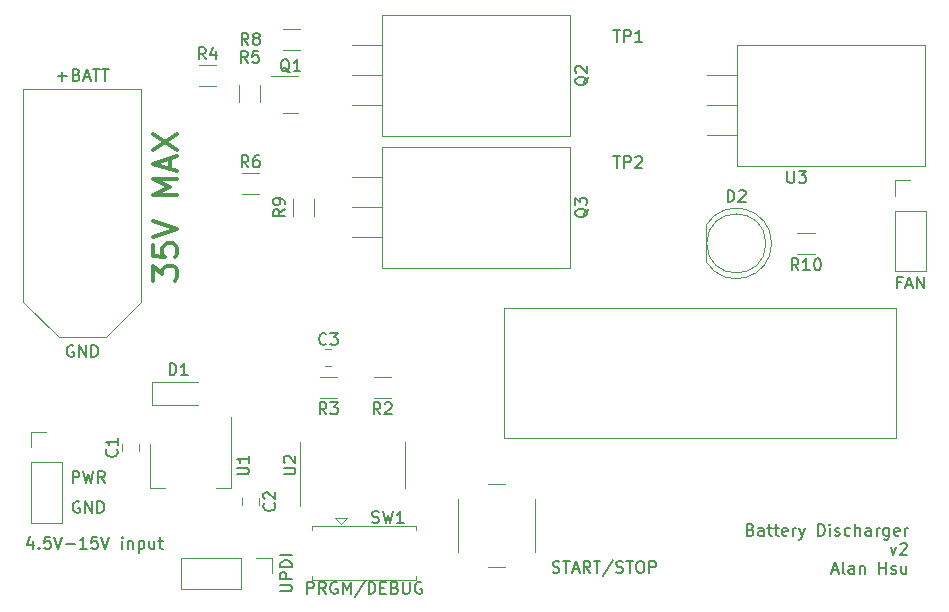
<source format=gbr>
%TF.GenerationSoftware,KiCad,Pcbnew,6.0.8-f2edbf62ab~116~ubuntu22.04.1*%
%TF.CreationDate,2022-10-27T13:18:31-04:00*%
%TF.ProjectId,discharger,64697363-6861-4726-9765-722e6b696361,rev?*%
%TF.SameCoordinates,Original*%
%TF.FileFunction,Legend,Top*%
%TF.FilePolarity,Positive*%
%FSLAX46Y46*%
G04 Gerber Fmt 4.6, Leading zero omitted, Abs format (unit mm)*
G04 Created by KiCad (PCBNEW 6.0.8-f2edbf62ab~116~ubuntu22.04.1) date 2022-10-27 13:18:31*
%MOMM*%
%LPD*%
G01*
G04 APERTURE LIST*
%ADD10C,0.150000*%
%ADD11C,0.300000*%
%ADD12C,0.120000*%
G04 APERTURE END LIST*
D10*
X140397928Y-108046571D02*
X140540785Y-108094190D01*
X140588404Y-108141809D01*
X140636023Y-108237047D01*
X140636023Y-108379904D01*
X140588404Y-108475142D01*
X140540785Y-108522761D01*
X140445547Y-108570380D01*
X140064595Y-108570380D01*
X140064595Y-107570380D01*
X140397928Y-107570380D01*
X140493166Y-107618000D01*
X140540785Y-107665619D01*
X140588404Y-107760857D01*
X140588404Y-107856095D01*
X140540785Y-107951333D01*
X140493166Y-107998952D01*
X140397928Y-108046571D01*
X140064595Y-108046571D01*
X141493166Y-108570380D02*
X141493166Y-108046571D01*
X141445547Y-107951333D01*
X141350309Y-107903714D01*
X141159833Y-107903714D01*
X141064595Y-107951333D01*
X141493166Y-108522761D02*
X141397928Y-108570380D01*
X141159833Y-108570380D01*
X141064595Y-108522761D01*
X141016976Y-108427523D01*
X141016976Y-108332285D01*
X141064595Y-108237047D01*
X141159833Y-108189428D01*
X141397928Y-108189428D01*
X141493166Y-108141809D01*
X141826500Y-107903714D02*
X142207452Y-107903714D01*
X141969357Y-107570380D02*
X141969357Y-108427523D01*
X142016976Y-108522761D01*
X142112214Y-108570380D01*
X142207452Y-108570380D01*
X142397928Y-107903714D02*
X142778880Y-107903714D01*
X142540785Y-107570380D02*
X142540785Y-108427523D01*
X142588404Y-108522761D01*
X142683642Y-108570380D01*
X142778880Y-108570380D01*
X143493166Y-108522761D02*
X143397928Y-108570380D01*
X143207452Y-108570380D01*
X143112214Y-108522761D01*
X143064595Y-108427523D01*
X143064595Y-108046571D01*
X143112214Y-107951333D01*
X143207452Y-107903714D01*
X143397928Y-107903714D01*
X143493166Y-107951333D01*
X143540785Y-108046571D01*
X143540785Y-108141809D01*
X143064595Y-108237047D01*
X143969357Y-108570380D02*
X143969357Y-107903714D01*
X143969357Y-108094190D02*
X144016976Y-107998952D01*
X144064595Y-107951333D01*
X144159833Y-107903714D01*
X144255071Y-107903714D01*
X144493166Y-107903714D02*
X144731261Y-108570380D01*
X144969357Y-107903714D02*
X144731261Y-108570380D01*
X144636023Y-108808476D01*
X144588404Y-108856095D01*
X144493166Y-108903714D01*
X146112214Y-108570380D02*
X146112214Y-107570380D01*
X146350309Y-107570380D01*
X146493166Y-107618000D01*
X146588404Y-107713238D01*
X146636023Y-107808476D01*
X146683642Y-107998952D01*
X146683642Y-108141809D01*
X146636023Y-108332285D01*
X146588404Y-108427523D01*
X146493166Y-108522761D01*
X146350309Y-108570380D01*
X146112214Y-108570380D01*
X147112214Y-108570380D02*
X147112214Y-107903714D01*
X147112214Y-107570380D02*
X147064595Y-107618000D01*
X147112214Y-107665619D01*
X147159833Y-107618000D01*
X147112214Y-107570380D01*
X147112214Y-107665619D01*
X147540785Y-108522761D02*
X147636023Y-108570380D01*
X147826500Y-108570380D01*
X147921738Y-108522761D01*
X147969357Y-108427523D01*
X147969357Y-108379904D01*
X147921738Y-108284666D01*
X147826500Y-108237047D01*
X147683642Y-108237047D01*
X147588404Y-108189428D01*
X147540785Y-108094190D01*
X147540785Y-108046571D01*
X147588404Y-107951333D01*
X147683642Y-107903714D01*
X147826500Y-107903714D01*
X147921738Y-107951333D01*
X148826500Y-108522761D02*
X148731261Y-108570380D01*
X148540785Y-108570380D01*
X148445547Y-108522761D01*
X148397928Y-108475142D01*
X148350309Y-108379904D01*
X148350309Y-108094190D01*
X148397928Y-107998952D01*
X148445547Y-107951333D01*
X148540785Y-107903714D01*
X148731261Y-107903714D01*
X148826500Y-107951333D01*
X149255071Y-108570380D02*
X149255071Y-107570380D01*
X149683642Y-108570380D02*
X149683642Y-108046571D01*
X149636023Y-107951333D01*
X149540785Y-107903714D01*
X149397928Y-107903714D01*
X149302690Y-107951333D01*
X149255071Y-107998952D01*
X150588404Y-108570380D02*
X150588404Y-108046571D01*
X150540785Y-107951333D01*
X150445547Y-107903714D01*
X150255071Y-107903714D01*
X150159833Y-107951333D01*
X150588404Y-108522761D02*
X150493166Y-108570380D01*
X150255071Y-108570380D01*
X150159833Y-108522761D01*
X150112214Y-108427523D01*
X150112214Y-108332285D01*
X150159833Y-108237047D01*
X150255071Y-108189428D01*
X150493166Y-108189428D01*
X150588404Y-108141809D01*
X151064595Y-108570380D02*
X151064595Y-107903714D01*
X151064595Y-108094190D02*
X151112214Y-107998952D01*
X151159833Y-107951333D01*
X151255071Y-107903714D01*
X151350309Y-107903714D01*
X152112214Y-107903714D02*
X152112214Y-108713238D01*
X152064595Y-108808476D01*
X152016976Y-108856095D01*
X151921738Y-108903714D01*
X151778880Y-108903714D01*
X151683642Y-108856095D01*
X152112214Y-108522761D02*
X152016976Y-108570380D01*
X151826500Y-108570380D01*
X151731261Y-108522761D01*
X151683642Y-108475142D01*
X151636023Y-108379904D01*
X151636023Y-108094190D01*
X151683642Y-107998952D01*
X151731261Y-107951333D01*
X151826500Y-107903714D01*
X152016976Y-107903714D01*
X152112214Y-107951333D01*
X152969357Y-108522761D02*
X152874119Y-108570380D01*
X152683642Y-108570380D01*
X152588404Y-108522761D01*
X152540785Y-108427523D01*
X152540785Y-108046571D01*
X152588404Y-107951333D01*
X152683642Y-107903714D01*
X152874119Y-107903714D01*
X152969357Y-107951333D01*
X153016976Y-108046571D01*
X153016976Y-108141809D01*
X152540785Y-108237047D01*
X153445547Y-108570380D02*
X153445547Y-107903714D01*
X153445547Y-108094190D02*
X153493166Y-107998952D01*
X153540785Y-107951333D01*
X153636023Y-107903714D01*
X153731261Y-107903714D01*
X152255071Y-109513714D02*
X152493166Y-110180380D01*
X152731261Y-109513714D01*
X153064595Y-109275619D02*
X153112214Y-109228000D01*
X153207452Y-109180380D01*
X153445547Y-109180380D01*
X153540785Y-109228000D01*
X153588404Y-109275619D01*
X153636023Y-109370857D01*
X153636023Y-109466095D01*
X153588404Y-109608952D01*
X153016976Y-110180380D01*
X153636023Y-110180380D01*
X147302690Y-111504666D02*
X147778880Y-111504666D01*
X147207452Y-111790380D02*
X147540785Y-110790380D01*
X147874119Y-111790380D01*
X148350309Y-111790380D02*
X148255071Y-111742761D01*
X148207452Y-111647523D01*
X148207452Y-110790380D01*
X149159833Y-111790380D02*
X149159833Y-111266571D01*
X149112214Y-111171333D01*
X149016976Y-111123714D01*
X148826500Y-111123714D01*
X148731261Y-111171333D01*
X149159833Y-111742761D02*
X149064595Y-111790380D01*
X148826500Y-111790380D01*
X148731261Y-111742761D01*
X148683642Y-111647523D01*
X148683642Y-111552285D01*
X148731261Y-111457047D01*
X148826500Y-111409428D01*
X149064595Y-111409428D01*
X149159833Y-111361809D01*
X149636023Y-111123714D02*
X149636023Y-111790380D01*
X149636023Y-111218952D02*
X149683642Y-111171333D01*
X149778880Y-111123714D01*
X149921738Y-111123714D01*
X150016976Y-111171333D01*
X150064595Y-111266571D01*
X150064595Y-111790380D01*
X151302690Y-111790380D02*
X151302690Y-110790380D01*
X151302690Y-111266571D02*
X151874119Y-111266571D01*
X151874119Y-111790380D02*
X151874119Y-110790380D01*
X152302690Y-111742761D02*
X152397928Y-111790380D01*
X152588404Y-111790380D01*
X152683642Y-111742761D01*
X152731261Y-111647523D01*
X152731261Y-111599904D01*
X152683642Y-111504666D01*
X152588404Y-111457047D01*
X152445547Y-111457047D01*
X152350309Y-111409428D01*
X152302690Y-111314190D01*
X152302690Y-111266571D01*
X152350309Y-111171333D01*
X152445547Y-111123714D01*
X152588404Y-111123714D01*
X152683642Y-111171333D01*
X153588404Y-111123714D02*
X153588404Y-111790380D01*
X153159833Y-111123714D02*
X153159833Y-111647523D01*
X153207452Y-111742761D01*
X153302690Y-111790380D01*
X153445547Y-111790380D01*
X153540785Y-111742761D01*
X153588404Y-111695142D01*
X79621714Y-109005714D02*
X79621714Y-109672380D01*
X79383619Y-108624761D02*
X79145523Y-109339047D01*
X79764571Y-109339047D01*
X80145523Y-109577142D02*
X80193142Y-109624761D01*
X80145523Y-109672380D01*
X80097904Y-109624761D01*
X80145523Y-109577142D01*
X80145523Y-109672380D01*
X81097904Y-108672380D02*
X80621714Y-108672380D01*
X80574095Y-109148571D01*
X80621714Y-109100952D01*
X80716952Y-109053333D01*
X80955047Y-109053333D01*
X81050285Y-109100952D01*
X81097904Y-109148571D01*
X81145523Y-109243809D01*
X81145523Y-109481904D01*
X81097904Y-109577142D01*
X81050285Y-109624761D01*
X80955047Y-109672380D01*
X80716952Y-109672380D01*
X80621714Y-109624761D01*
X80574095Y-109577142D01*
X81431238Y-108672380D02*
X81764571Y-109672380D01*
X82097904Y-108672380D01*
X82431238Y-109291428D02*
X83193142Y-109291428D01*
X84193142Y-109672380D02*
X83621714Y-109672380D01*
X83907428Y-109672380D02*
X83907428Y-108672380D01*
X83812190Y-108815238D01*
X83716952Y-108910476D01*
X83621714Y-108958095D01*
X85097904Y-108672380D02*
X84621714Y-108672380D01*
X84574095Y-109148571D01*
X84621714Y-109100952D01*
X84716952Y-109053333D01*
X84955047Y-109053333D01*
X85050285Y-109100952D01*
X85097904Y-109148571D01*
X85145523Y-109243809D01*
X85145523Y-109481904D01*
X85097904Y-109577142D01*
X85050285Y-109624761D01*
X84955047Y-109672380D01*
X84716952Y-109672380D01*
X84621714Y-109624761D01*
X84574095Y-109577142D01*
X85431238Y-108672380D02*
X85764571Y-109672380D01*
X86097904Y-108672380D01*
X87193142Y-109672380D02*
X87193142Y-109005714D01*
X87193142Y-108672380D02*
X87145523Y-108720000D01*
X87193142Y-108767619D01*
X87240761Y-108720000D01*
X87193142Y-108672380D01*
X87193142Y-108767619D01*
X87669333Y-109005714D02*
X87669333Y-109672380D01*
X87669333Y-109100952D02*
X87716952Y-109053333D01*
X87812190Y-109005714D01*
X87955047Y-109005714D01*
X88050285Y-109053333D01*
X88097904Y-109148571D01*
X88097904Y-109672380D01*
X88574095Y-109005714D02*
X88574095Y-110005714D01*
X88574095Y-109053333D02*
X88669333Y-109005714D01*
X88859809Y-109005714D01*
X88955047Y-109053333D01*
X89002666Y-109100952D01*
X89050285Y-109196190D01*
X89050285Y-109481904D01*
X89002666Y-109577142D01*
X88955047Y-109624761D01*
X88859809Y-109672380D01*
X88669333Y-109672380D01*
X88574095Y-109624761D01*
X89907428Y-109005714D02*
X89907428Y-109672380D01*
X89478857Y-109005714D02*
X89478857Y-109529523D01*
X89526476Y-109624761D01*
X89621714Y-109672380D01*
X89764571Y-109672380D01*
X89859809Y-109624761D01*
X89907428Y-109577142D01*
X90240761Y-109005714D02*
X90621714Y-109005714D01*
X90383619Y-108672380D02*
X90383619Y-109529523D01*
X90431238Y-109624761D01*
X90526476Y-109672380D01*
X90621714Y-109672380D01*
D11*
X89836761Y-86962476D02*
X89836761Y-85724380D01*
X90598666Y-86391047D01*
X90598666Y-86105333D01*
X90693904Y-85914857D01*
X90789142Y-85819619D01*
X90979619Y-85724380D01*
X91455809Y-85724380D01*
X91646285Y-85819619D01*
X91741523Y-85914857D01*
X91836761Y-86105333D01*
X91836761Y-86676761D01*
X91741523Y-86867238D01*
X91646285Y-86962476D01*
X89836761Y-83914857D02*
X89836761Y-84867238D01*
X90789142Y-84962476D01*
X90693904Y-84867238D01*
X90598666Y-84676761D01*
X90598666Y-84200571D01*
X90693904Y-84010095D01*
X90789142Y-83914857D01*
X90979619Y-83819619D01*
X91455809Y-83819619D01*
X91646285Y-83914857D01*
X91741523Y-84010095D01*
X91836761Y-84200571D01*
X91836761Y-84676761D01*
X91741523Y-84867238D01*
X91646285Y-84962476D01*
X89836761Y-83248190D02*
X91836761Y-82581523D01*
X89836761Y-81914857D01*
X91836761Y-79724380D02*
X89836761Y-79724380D01*
X91265333Y-79057714D01*
X89836761Y-78391047D01*
X91836761Y-78391047D01*
X91265333Y-77533904D02*
X91265333Y-76581523D01*
X91836761Y-77724380D02*
X89836761Y-77057714D01*
X91836761Y-76391047D01*
X89836761Y-75914857D02*
X91836761Y-74581523D01*
X89836761Y-74581523D02*
X91836761Y-75914857D01*
D10*
X81748571Y-69667428D02*
X82510476Y-69667428D01*
X82129523Y-70048380D02*
X82129523Y-69286476D01*
X83320000Y-69524571D02*
X83462857Y-69572190D01*
X83510476Y-69619809D01*
X83558095Y-69715047D01*
X83558095Y-69857904D01*
X83510476Y-69953142D01*
X83462857Y-70000761D01*
X83367619Y-70048380D01*
X82986666Y-70048380D01*
X82986666Y-69048380D01*
X83320000Y-69048380D01*
X83415238Y-69096000D01*
X83462857Y-69143619D01*
X83510476Y-69238857D01*
X83510476Y-69334095D01*
X83462857Y-69429333D01*
X83415238Y-69476952D01*
X83320000Y-69524571D01*
X82986666Y-69524571D01*
X83939047Y-69762666D02*
X84415238Y-69762666D01*
X83843809Y-70048380D02*
X84177142Y-69048380D01*
X84510476Y-70048380D01*
X84700952Y-69048380D02*
X85272380Y-69048380D01*
X84986666Y-70048380D02*
X84986666Y-69048380D01*
X85462857Y-69048380D02*
X86034285Y-69048380D01*
X85748571Y-70048380D02*
X85748571Y-69048380D01*
X83058095Y-92464000D02*
X82962857Y-92416380D01*
X82820000Y-92416380D01*
X82677142Y-92464000D01*
X82581904Y-92559238D01*
X82534285Y-92654476D01*
X82486666Y-92844952D01*
X82486666Y-92987809D01*
X82534285Y-93178285D01*
X82581904Y-93273523D01*
X82677142Y-93368761D01*
X82820000Y-93416380D01*
X82915238Y-93416380D01*
X83058095Y-93368761D01*
X83105714Y-93321142D01*
X83105714Y-92987809D01*
X82915238Y-92987809D01*
X83534285Y-93416380D02*
X83534285Y-92416380D01*
X84105714Y-93416380D01*
X84105714Y-92416380D01*
X84581904Y-93416380D02*
X84581904Y-92416380D01*
X84820000Y-92416380D01*
X84962857Y-92464000D01*
X85058095Y-92559238D01*
X85105714Y-92654476D01*
X85153333Y-92844952D01*
X85153333Y-92987809D01*
X85105714Y-93178285D01*
X85058095Y-93273523D01*
X84962857Y-93368761D01*
X84820000Y-93416380D01*
X84581904Y-93416380D01*
X83566095Y-105672000D02*
X83470857Y-105624380D01*
X83328000Y-105624380D01*
X83185142Y-105672000D01*
X83089904Y-105767238D01*
X83042285Y-105862476D01*
X82994666Y-106052952D01*
X82994666Y-106195809D01*
X83042285Y-106386285D01*
X83089904Y-106481523D01*
X83185142Y-106576761D01*
X83328000Y-106624380D01*
X83423238Y-106624380D01*
X83566095Y-106576761D01*
X83613714Y-106529142D01*
X83613714Y-106195809D01*
X83423238Y-106195809D01*
X84042285Y-106624380D02*
X84042285Y-105624380D01*
X84613714Y-106624380D01*
X84613714Y-105624380D01*
X85089904Y-106624380D02*
X85089904Y-105624380D01*
X85328000Y-105624380D01*
X85470857Y-105672000D01*
X85566095Y-105767238D01*
X85613714Y-105862476D01*
X85661333Y-106052952D01*
X85661333Y-106195809D01*
X85613714Y-106386285D01*
X85566095Y-106481523D01*
X85470857Y-106576761D01*
X85328000Y-106624380D01*
X85089904Y-106624380D01*
%TO.C,R10*%
X144447642Y-86092380D02*
X144114309Y-85616190D01*
X143876214Y-86092380D02*
X143876214Y-85092380D01*
X144257166Y-85092380D01*
X144352404Y-85140000D01*
X144400023Y-85187619D01*
X144447642Y-85282857D01*
X144447642Y-85425714D01*
X144400023Y-85520952D01*
X144352404Y-85568571D01*
X144257166Y-85616190D01*
X143876214Y-85616190D01*
X145400023Y-86092380D02*
X144828595Y-86092380D01*
X145114309Y-86092380D02*
X145114309Y-85092380D01*
X145019071Y-85235238D01*
X144923833Y-85330476D01*
X144828595Y-85378095D01*
X146019071Y-85092380D02*
X146114309Y-85092380D01*
X146209547Y-85140000D01*
X146257166Y-85187619D01*
X146304785Y-85282857D01*
X146352404Y-85473333D01*
X146352404Y-85711428D01*
X146304785Y-85901904D01*
X146257166Y-85997142D01*
X146209547Y-86044761D01*
X146114309Y-86092380D01*
X146019071Y-86092380D01*
X145923833Y-86044761D01*
X145876214Y-85997142D01*
X145828595Y-85901904D01*
X145780976Y-85711428D01*
X145780976Y-85473333D01*
X145828595Y-85282857D01*
X145876214Y-85187619D01*
X145923833Y-85140000D01*
X146019071Y-85092380D01*
%TO.C,R8*%
X97877333Y-67000380D02*
X97544000Y-66524190D01*
X97305904Y-67000380D02*
X97305904Y-66000380D01*
X97686857Y-66000380D01*
X97782095Y-66048000D01*
X97829714Y-66095619D01*
X97877333Y-66190857D01*
X97877333Y-66333714D01*
X97829714Y-66428952D01*
X97782095Y-66476571D01*
X97686857Y-66524190D01*
X97305904Y-66524190D01*
X98448761Y-66428952D02*
X98353523Y-66381333D01*
X98305904Y-66333714D01*
X98258285Y-66238476D01*
X98258285Y-66190857D01*
X98305904Y-66095619D01*
X98353523Y-66048000D01*
X98448761Y-66000380D01*
X98639238Y-66000380D01*
X98734476Y-66048000D01*
X98782095Y-66095619D01*
X98829714Y-66190857D01*
X98829714Y-66238476D01*
X98782095Y-66333714D01*
X98734476Y-66381333D01*
X98639238Y-66428952D01*
X98448761Y-66428952D01*
X98353523Y-66476571D01*
X98305904Y-66524190D01*
X98258285Y-66619428D01*
X98258285Y-66809904D01*
X98305904Y-66905142D01*
X98353523Y-66952761D01*
X98448761Y-67000380D01*
X98639238Y-67000380D01*
X98734476Y-66952761D01*
X98782095Y-66905142D01*
X98829714Y-66809904D01*
X98829714Y-66619428D01*
X98782095Y-66524190D01*
X98734476Y-66476571D01*
X98639238Y-66428952D01*
%TO.C,START/STOP*%
X123635047Y-111656761D02*
X123777904Y-111704380D01*
X124016000Y-111704380D01*
X124111238Y-111656761D01*
X124158857Y-111609142D01*
X124206476Y-111513904D01*
X124206476Y-111418666D01*
X124158857Y-111323428D01*
X124111238Y-111275809D01*
X124016000Y-111228190D01*
X123825523Y-111180571D01*
X123730285Y-111132952D01*
X123682666Y-111085333D01*
X123635047Y-110990095D01*
X123635047Y-110894857D01*
X123682666Y-110799619D01*
X123730285Y-110752000D01*
X123825523Y-110704380D01*
X124063619Y-110704380D01*
X124206476Y-110752000D01*
X124492190Y-110704380D02*
X125063619Y-110704380D01*
X124777904Y-111704380D02*
X124777904Y-110704380D01*
X125349333Y-111418666D02*
X125825523Y-111418666D01*
X125254095Y-111704380D02*
X125587428Y-110704380D01*
X125920761Y-111704380D01*
X126825523Y-111704380D02*
X126492190Y-111228190D01*
X126254095Y-111704380D02*
X126254095Y-110704380D01*
X126635047Y-110704380D01*
X126730285Y-110752000D01*
X126777904Y-110799619D01*
X126825523Y-110894857D01*
X126825523Y-111037714D01*
X126777904Y-111132952D01*
X126730285Y-111180571D01*
X126635047Y-111228190D01*
X126254095Y-111228190D01*
X127111238Y-110704380D02*
X127682666Y-110704380D01*
X127396952Y-111704380D02*
X127396952Y-110704380D01*
X128730285Y-110656761D02*
X127873142Y-111942476D01*
X129016000Y-111656761D02*
X129158857Y-111704380D01*
X129396952Y-111704380D01*
X129492190Y-111656761D01*
X129539809Y-111609142D01*
X129587428Y-111513904D01*
X129587428Y-111418666D01*
X129539809Y-111323428D01*
X129492190Y-111275809D01*
X129396952Y-111228190D01*
X129206476Y-111180571D01*
X129111238Y-111132952D01*
X129063619Y-111085333D01*
X129016000Y-110990095D01*
X129016000Y-110894857D01*
X129063619Y-110799619D01*
X129111238Y-110752000D01*
X129206476Y-110704380D01*
X129444571Y-110704380D01*
X129587428Y-110752000D01*
X129873142Y-110704380D02*
X130444571Y-110704380D01*
X130158857Y-111704380D02*
X130158857Y-110704380D01*
X130968380Y-110704380D02*
X131158857Y-110704380D01*
X131254095Y-110752000D01*
X131349333Y-110847238D01*
X131396952Y-111037714D01*
X131396952Y-111371047D01*
X131349333Y-111561523D01*
X131254095Y-111656761D01*
X131158857Y-111704380D01*
X130968380Y-111704380D01*
X130873142Y-111656761D01*
X130777904Y-111561523D01*
X130730285Y-111371047D01*
X130730285Y-111037714D01*
X130777904Y-110847238D01*
X130873142Y-110752000D01*
X130968380Y-110704380D01*
X131825523Y-111704380D02*
X131825523Y-110704380D01*
X132206476Y-110704380D01*
X132301714Y-110752000D01*
X132349333Y-110799619D01*
X132396952Y-110894857D01*
X132396952Y-111037714D01*
X132349333Y-111132952D01*
X132301714Y-111180571D01*
X132206476Y-111228190D01*
X131825523Y-111228190D01*
%TO.C,J5*%
X153114476Y-87109571D02*
X152781142Y-87109571D01*
X152781142Y-87633380D02*
X152781142Y-86633380D01*
X153257333Y-86633380D01*
X153590666Y-87347666D02*
X154066857Y-87347666D01*
X153495428Y-87633380D02*
X153828761Y-86633380D01*
X154162095Y-87633380D01*
X154495428Y-87633380D02*
X154495428Y-86633380D01*
X155066857Y-87633380D01*
X155066857Y-86633380D01*
%TO.C,R9*%
X100974880Y-80938666D02*
X100498690Y-81272000D01*
X100974880Y-81510095D02*
X99974880Y-81510095D01*
X99974880Y-81129142D01*
X100022500Y-81033904D01*
X100070119Y-80986285D01*
X100165357Y-80938666D01*
X100308214Y-80938666D01*
X100403452Y-80986285D01*
X100451071Y-81033904D01*
X100498690Y-81129142D01*
X100498690Y-81510095D01*
X100974880Y-80462476D02*
X100974880Y-80272000D01*
X100927261Y-80176761D01*
X100879642Y-80129142D01*
X100736785Y-80033904D01*
X100546309Y-79986285D01*
X100165357Y-79986285D01*
X100070119Y-80033904D01*
X100022500Y-80081523D01*
X99974880Y-80176761D01*
X99974880Y-80367238D01*
X100022500Y-80462476D01*
X100070119Y-80510095D01*
X100165357Y-80557714D01*
X100403452Y-80557714D01*
X100498690Y-80510095D01*
X100546309Y-80462476D01*
X100593928Y-80367238D01*
X100593928Y-80176761D01*
X100546309Y-80081523D01*
X100498690Y-80033904D01*
X100403452Y-79986285D01*
%TO.C,R4*%
X94259833Y-68228380D02*
X93926500Y-67752190D01*
X93688404Y-68228380D02*
X93688404Y-67228380D01*
X94069357Y-67228380D01*
X94164595Y-67276000D01*
X94212214Y-67323619D01*
X94259833Y-67418857D01*
X94259833Y-67561714D01*
X94212214Y-67656952D01*
X94164595Y-67704571D01*
X94069357Y-67752190D01*
X93688404Y-67752190D01*
X95116976Y-67561714D02*
X95116976Y-68228380D01*
X94878880Y-67180761D02*
X94640785Y-67895047D01*
X95259833Y-67895047D01*
%TO.C,Q2*%
X126644119Y-69691238D02*
X126596500Y-69786476D01*
X126501261Y-69881714D01*
X126358404Y-70024571D01*
X126310785Y-70119809D01*
X126310785Y-70215047D01*
X126548880Y-70167428D02*
X126501261Y-70262666D01*
X126406023Y-70357904D01*
X126215547Y-70405523D01*
X125882214Y-70405523D01*
X125691738Y-70357904D01*
X125596500Y-70262666D01*
X125548880Y-70167428D01*
X125548880Y-69976952D01*
X125596500Y-69881714D01*
X125691738Y-69786476D01*
X125882214Y-69738857D01*
X126215547Y-69738857D01*
X126406023Y-69786476D01*
X126501261Y-69881714D01*
X126548880Y-69976952D01*
X126548880Y-70167428D01*
X125644119Y-69357904D02*
X125596500Y-69310285D01*
X125548880Y-69215047D01*
X125548880Y-68976952D01*
X125596500Y-68881714D01*
X125644119Y-68834095D01*
X125739357Y-68786476D01*
X125834595Y-68786476D01*
X125977452Y-68834095D01*
X126548880Y-69405523D01*
X126548880Y-68786476D01*
%TO.C,J4*%
X100544380Y-113283809D02*
X101353904Y-113283809D01*
X101449142Y-113236190D01*
X101496761Y-113188571D01*
X101544380Y-113093333D01*
X101544380Y-112902857D01*
X101496761Y-112807619D01*
X101449142Y-112760000D01*
X101353904Y-112712380D01*
X100544380Y-112712380D01*
X101544380Y-112236190D02*
X100544380Y-112236190D01*
X100544380Y-111855238D01*
X100592000Y-111760000D01*
X100639619Y-111712380D01*
X100734857Y-111664761D01*
X100877714Y-111664761D01*
X100972952Y-111712380D01*
X101020571Y-111760000D01*
X101068190Y-111855238D01*
X101068190Y-112236190D01*
X101544380Y-111236190D02*
X100544380Y-111236190D01*
X100544380Y-110998095D01*
X100592000Y-110855238D01*
X100687238Y-110760000D01*
X100782476Y-110712380D01*
X100972952Y-110664761D01*
X101115809Y-110664761D01*
X101306285Y-110712380D01*
X101401523Y-110760000D01*
X101496761Y-110855238D01*
X101544380Y-110998095D01*
X101544380Y-111236190D01*
X101544380Y-110236190D02*
X100544380Y-110236190D01*
%TO.C,SW1*%
X108352666Y-107440261D02*
X108495523Y-107487880D01*
X108733619Y-107487880D01*
X108828857Y-107440261D01*
X108876476Y-107392642D01*
X108924095Y-107297404D01*
X108924095Y-107202166D01*
X108876476Y-107106928D01*
X108828857Y-107059309D01*
X108733619Y-107011690D01*
X108543142Y-106964071D01*
X108447904Y-106916452D01*
X108400285Y-106868833D01*
X108352666Y-106773595D01*
X108352666Y-106678357D01*
X108400285Y-106583119D01*
X108447904Y-106535500D01*
X108543142Y-106487880D01*
X108781238Y-106487880D01*
X108924095Y-106535500D01*
X109257428Y-106487880D02*
X109495523Y-107487880D01*
X109686000Y-106773595D01*
X109876476Y-107487880D01*
X110114571Y-106487880D01*
X111019333Y-107487880D02*
X110447904Y-107487880D01*
X110733619Y-107487880D02*
X110733619Y-106487880D01*
X110638380Y-106630738D01*
X110543142Y-106725976D01*
X110447904Y-106773595D01*
X102862666Y-113477880D02*
X102862666Y-112477880D01*
X103243619Y-112477880D01*
X103338857Y-112525500D01*
X103386476Y-112573119D01*
X103434095Y-112668357D01*
X103434095Y-112811214D01*
X103386476Y-112906452D01*
X103338857Y-112954071D01*
X103243619Y-113001690D01*
X102862666Y-113001690D01*
X104434095Y-113477880D02*
X104100761Y-113001690D01*
X103862666Y-113477880D02*
X103862666Y-112477880D01*
X104243619Y-112477880D01*
X104338857Y-112525500D01*
X104386476Y-112573119D01*
X104434095Y-112668357D01*
X104434095Y-112811214D01*
X104386476Y-112906452D01*
X104338857Y-112954071D01*
X104243619Y-113001690D01*
X103862666Y-113001690D01*
X105386476Y-112525500D02*
X105291238Y-112477880D01*
X105148380Y-112477880D01*
X105005523Y-112525500D01*
X104910285Y-112620738D01*
X104862666Y-112715976D01*
X104815047Y-112906452D01*
X104815047Y-113049309D01*
X104862666Y-113239785D01*
X104910285Y-113335023D01*
X105005523Y-113430261D01*
X105148380Y-113477880D01*
X105243619Y-113477880D01*
X105386476Y-113430261D01*
X105434095Y-113382642D01*
X105434095Y-113049309D01*
X105243619Y-113049309D01*
X105862666Y-113477880D02*
X105862666Y-112477880D01*
X106196000Y-113192166D01*
X106529333Y-112477880D01*
X106529333Y-113477880D01*
X107719809Y-112430261D02*
X106862666Y-113715976D01*
X108053142Y-113477880D02*
X108053142Y-112477880D01*
X108291238Y-112477880D01*
X108434095Y-112525500D01*
X108529333Y-112620738D01*
X108576952Y-112715976D01*
X108624571Y-112906452D01*
X108624571Y-113049309D01*
X108576952Y-113239785D01*
X108529333Y-113335023D01*
X108434095Y-113430261D01*
X108291238Y-113477880D01*
X108053142Y-113477880D01*
X109053142Y-112954071D02*
X109386476Y-112954071D01*
X109529333Y-113477880D02*
X109053142Y-113477880D01*
X109053142Y-112477880D01*
X109529333Y-112477880D01*
X110291238Y-112954071D02*
X110434095Y-113001690D01*
X110481714Y-113049309D01*
X110529333Y-113144547D01*
X110529333Y-113287404D01*
X110481714Y-113382642D01*
X110434095Y-113430261D01*
X110338857Y-113477880D01*
X109957904Y-113477880D01*
X109957904Y-112477880D01*
X110291238Y-112477880D01*
X110386476Y-112525500D01*
X110434095Y-112573119D01*
X110481714Y-112668357D01*
X110481714Y-112763595D01*
X110434095Y-112858833D01*
X110386476Y-112906452D01*
X110291238Y-112954071D01*
X109957904Y-112954071D01*
X110957904Y-112477880D02*
X110957904Y-113287404D01*
X111005523Y-113382642D01*
X111053142Y-113430261D01*
X111148380Y-113477880D01*
X111338857Y-113477880D01*
X111434095Y-113430261D01*
X111481714Y-113382642D01*
X111529333Y-113287404D01*
X111529333Y-112477880D01*
X112529333Y-112525500D02*
X112434095Y-112477880D01*
X112291238Y-112477880D01*
X112148380Y-112525500D01*
X112053142Y-112620738D01*
X112005523Y-112715976D01*
X111957904Y-112906452D01*
X111957904Y-113049309D01*
X112005523Y-113239785D01*
X112053142Y-113335023D01*
X112148380Y-113430261D01*
X112291238Y-113477880D01*
X112386476Y-113477880D01*
X112529333Y-113430261D01*
X112576952Y-113382642D01*
X112576952Y-113049309D01*
X112386476Y-113049309D01*
%TO.C,R5*%
X97815833Y-68524380D02*
X97482500Y-68048190D01*
X97244404Y-68524380D02*
X97244404Y-67524380D01*
X97625357Y-67524380D01*
X97720595Y-67572000D01*
X97768214Y-67619619D01*
X97815833Y-67714857D01*
X97815833Y-67857714D01*
X97768214Y-67952952D01*
X97720595Y-68000571D01*
X97625357Y-68048190D01*
X97244404Y-68048190D01*
X98720595Y-67524380D02*
X98244404Y-67524380D01*
X98196785Y-68000571D01*
X98244404Y-67952952D01*
X98339642Y-67905333D01*
X98577738Y-67905333D01*
X98672976Y-67952952D01*
X98720595Y-68000571D01*
X98768214Y-68095809D01*
X98768214Y-68333904D01*
X98720595Y-68429142D01*
X98672976Y-68476761D01*
X98577738Y-68524380D01*
X98339642Y-68524380D01*
X98244404Y-68476761D01*
X98196785Y-68429142D01*
%TO.C,Q1*%
X101364761Y-69333619D02*
X101269523Y-69286000D01*
X101174285Y-69190761D01*
X101031428Y-69047904D01*
X100936190Y-69000285D01*
X100840952Y-69000285D01*
X100888571Y-69238380D02*
X100793333Y-69190761D01*
X100698095Y-69095523D01*
X100650476Y-68905047D01*
X100650476Y-68571714D01*
X100698095Y-68381238D01*
X100793333Y-68286000D01*
X100888571Y-68238380D01*
X101079047Y-68238380D01*
X101174285Y-68286000D01*
X101269523Y-68381238D01*
X101317142Y-68571714D01*
X101317142Y-68905047D01*
X101269523Y-69095523D01*
X101174285Y-69190761D01*
X101079047Y-69238380D01*
X100888571Y-69238380D01*
X102269523Y-69238380D02*
X101698095Y-69238380D01*
X101983809Y-69238380D02*
X101983809Y-68238380D01*
X101888571Y-68381238D01*
X101793333Y-68476476D01*
X101698095Y-68524095D01*
%TO.C,R3*%
X104481333Y-98284380D02*
X104148000Y-97808190D01*
X103909904Y-98284380D02*
X103909904Y-97284380D01*
X104290857Y-97284380D01*
X104386095Y-97332000D01*
X104433714Y-97379619D01*
X104481333Y-97474857D01*
X104481333Y-97617714D01*
X104433714Y-97712952D01*
X104386095Y-97760571D01*
X104290857Y-97808190D01*
X103909904Y-97808190D01*
X104814666Y-97284380D02*
X105433714Y-97284380D01*
X105100380Y-97665333D01*
X105243238Y-97665333D01*
X105338476Y-97712952D01*
X105386095Y-97760571D01*
X105433714Y-97855809D01*
X105433714Y-98093904D01*
X105386095Y-98189142D01*
X105338476Y-98236761D01*
X105243238Y-98284380D01*
X104957523Y-98284380D01*
X104862285Y-98236761D01*
X104814666Y-98189142D01*
%TO.C,C3*%
X104481333Y-92305142D02*
X104433714Y-92352761D01*
X104290857Y-92400380D01*
X104195619Y-92400380D01*
X104052761Y-92352761D01*
X103957523Y-92257523D01*
X103909904Y-92162285D01*
X103862285Y-91971809D01*
X103862285Y-91828952D01*
X103909904Y-91638476D01*
X103957523Y-91543238D01*
X104052761Y-91448000D01*
X104195619Y-91400380D01*
X104290857Y-91400380D01*
X104433714Y-91448000D01*
X104481333Y-91495619D01*
X104814666Y-91400380D02*
X105433714Y-91400380D01*
X105100380Y-91781333D01*
X105243238Y-91781333D01*
X105338476Y-91828952D01*
X105386095Y-91876571D01*
X105433714Y-91971809D01*
X105433714Y-92209904D01*
X105386095Y-92305142D01*
X105338476Y-92352761D01*
X105243238Y-92400380D01*
X104957523Y-92400380D01*
X104862285Y-92352761D01*
X104814666Y-92305142D01*
%TO.C,U2*%
X100852380Y-103377904D02*
X101661904Y-103377904D01*
X101757142Y-103330285D01*
X101804761Y-103282666D01*
X101852380Y-103187428D01*
X101852380Y-102996952D01*
X101804761Y-102901714D01*
X101757142Y-102854095D01*
X101661904Y-102806476D01*
X100852380Y-102806476D01*
X100947619Y-102377904D02*
X100900000Y-102330285D01*
X100852380Y-102235047D01*
X100852380Y-101996952D01*
X100900000Y-101901714D01*
X100947619Y-101854095D01*
X101042857Y-101806476D01*
X101138095Y-101806476D01*
X101280952Y-101854095D01*
X101852380Y-102425523D01*
X101852380Y-101806476D01*
%TO.C,C1*%
X86717142Y-101258666D02*
X86764761Y-101306285D01*
X86812380Y-101449142D01*
X86812380Y-101544380D01*
X86764761Y-101687238D01*
X86669523Y-101782476D01*
X86574285Y-101830095D01*
X86383809Y-101877714D01*
X86240952Y-101877714D01*
X86050476Y-101830095D01*
X85955238Y-101782476D01*
X85860000Y-101687238D01*
X85812380Y-101544380D01*
X85812380Y-101449142D01*
X85860000Y-101306285D01*
X85907619Y-101258666D01*
X86812380Y-100306285D02*
X86812380Y-100877714D01*
X86812380Y-100592000D02*
X85812380Y-100592000D01*
X85955238Y-100687238D01*
X86050476Y-100782476D01*
X86098095Y-100877714D01*
%TO.C,C2*%
X100052142Y-105830666D02*
X100099761Y-105878285D01*
X100147380Y-106021142D01*
X100147380Y-106116380D01*
X100099761Y-106259238D01*
X100004523Y-106354476D01*
X99909285Y-106402095D01*
X99718809Y-106449714D01*
X99575952Y-106449714D01*
X99385476Y-106402095D01*
X99290238Y-106354476D01*
X99195000Y-106259238D01*
X99147380Y-106116380D01*
X99147380Y-106021142D01*
X99195000Y-105878285D01*
X99242619Y-105830666D01*
X99242619Y-105449714D02*
X99195000Y-105402095D01*
X99147380Y-105306857D01*
X99147380Y-105068761D01*
X99195000Y-104973523D01*
X99242619Y-104925904D01*
X99337857Y-104878285D01*
X99433095Y-104878285D01*
X99575952Y-104925904D01*
X100147380Y-105497333D01*
X100147380Y-104878285D01*
%TO.C,TP1*%
X128786095Y-65756380D02*
X129357523Y-65756380D01*
X129071809Y-66756380D02*
X129071809Y-65756380D01*
X129690857Y-66756380D02*
X129690857Y-65756380D01*
X130071809Y-65756380D01*
X130167047Y-65804000D01*
X130214666Y-65851619D01*
X130262285Y-65946857D01*
X130262285Y-66089714D01*
X130214666Y-66184952D01*
X130167047Y-66232571D01*
X130071809Y-66280190D01*
X129690857Y-66280190D01*
X131214666Y-66756380D02*
X130643238Y-66756380D01*
X130928952Y-66756380D02*
X130928952Y-65756380D01*
X130833714Y-65899238D01*
X130738476Y-65994476D01*
X130643238Y-66042095D01*
%TO.C,R2*%
X109053333Y-98284380D02*
X108720000Y-97808190D01*
X108481904Y-98284380D02*
X108481904Y-97284380D01*
X108862857Y-97284380D01*
X108958095Y-97332000D01*
X109005714Y-97379619D01*
X109053333Y-97474857D01*
X109053333Y-97617714D01*
X109005714Y-97712952D01*
X108958095Y-97760571D01*
X108862857Y-97808190D01*
X108481904Y-97808190D01*
X109434285Y-97379619D02*
X109481904Y-97332000D01*
X109577142Y-97284380D01*
X109815238Y-97284380D01*
X109910476Y-97332000D01*
X109958095Y-97379619D01*
X110005714Y-97474857D01*
X110005714Y-97570095D01*
X109958095Y-97712952D01*
X109386666Y-98284380D01*
X110005714Y-98284380D01*
%TO.C,Q3*%
X126644119Y-80867238D02*
X126596500Y-80962476D01*
X126501261Y-81057714D01*
X126358404Y-81200571D01*
X126310785Y-81295809D01*
X126310785Y-81391047D01*
X126548880Y-81343428D02*
X126501261Y-81438666D01*
X126406023Y-81533904D01*
X126215547Y-81581523D01*
X125882214Y-81581523D01*
X125691738Y-81533904D01*
X125596500Y-81438666D01*
X125548880Y-81343428D01*
X125548880Y-81152952D01*
X125596500Y-81057714D01*
X125691738Y-80962476D01*
X125882214Y-80914857D01*
X126215547Y-80914857D01*
X126406023Y-80962476D01*
X126501261Y-81057714D01*
X126548880Y-81152952D01*
X126548880Y-81343428D01*
X125548880Y-80581523D02*
X125548880Y-79962476D01*
X125929833Y-80295809D01*
X125929833Y-80152952D01*
X125977452Y-80057714D01*
X126025071Y-80010095D01*
X126120309Y-79962476D01*
X126358404Y-79962476D01*
X126453642Y-80010095D01*
X126501261Y-80057714D01*
X126548880Y-80152952D01*
X126548880Y-80438666D01*
X126501261Y-80533904D01*
X126453642Y-80581523D01*
%TO.C,U1*%
X96916380Y-103377904D02*
X97725904Y-103377904D01*
X97821142Y-103330285D01*
X97868761Y-103282666D01*
X97916380Y-103187428D01*
X97916380Y-102996952D01*
X97868761Y-102901714D01*
X97821142Y-102854095D01*
X97725904Y-102806476D01*
X96916380Y-102806476D01*
X97916380Y-101806476D02*
X97916380Y-102377904D01*
X97916380Y-102092190D02*
X96916380Y-102092190D01*
X97059238Y-102187428D01*
X97154476Y-102282666D01*
X97202095Y-102377904D01*
%TO.C,J2*%
X82994666Y-104084380D02*
X82994666Y-103084380D01*
X83375619Y-103084380D01*
X83470857Y-103132000D01*
X83518476Y-103179619D01*
X83566095Y-103274857D01*
X83566095Y-103417714D01*
X83518476Y-103512952D01*
X83470857Y-103560571D01*
X83375619Y-103608190D01*
X82994666Y-103608190D01*
X83899428Y-103084380D02*
X84137523Y-104084380D01*
X84328000Y-103370095D01*
X84518476Y-104084380D01*
X84756571Y-103084380D01*
X85708952Y-104084380D02*
X85375619Y-103608190D01*
X85137523Y-104084380D02*
X85137523Y-103084380D01*
X85518476Y-103084380D01*
X85613714Y-103132000D01*
X85661333Y-103179619D01*
X85708952Y-103274857D01*
X85708952Y-103417714D01*
X85661333Y-103512952D01*
X85613714Y-103560571D01*
X85518476Y-103608190D01*
X85137523Y-103608190D01*
%TO.C,R6*%
X97877333Y-77372380D02*
X97544000Y-76896190D01*
X97305904Y-77372380D02*
X97305904Y-76372380D01*
X97686857Y-76372380D01*
X97782095Y-76420000D01*
X97829714Y-76467619D01*
X97877333Y-76562857D01*
X97877333Y-76705714D01*
X97829714Y-76800952D01*
X97782095Y-76848571D01*
X97686857Y-76896190D01*
X97305904Y-76896190D01*
X98734476Y-76372380D02*
X98544000Y-76372380D01*
X98448761Y-76420000D01*
X98401142Y-76467619D01*
X98305904Y-76610476D01*
X98258285Y-76800952D01*
X98258285Y-77181904D01*
X98305904Y-77277142D01*
X98353523Y-77324761D01*
X98448761Y-77372380D01*
X98639238Y-77372380D01*
X98734476Y-77324761D01*
X98782095Y-77277142D01*
X98829714Y-77181904D01*
X98829714Y-76943809D01*
X98782095Y-76848571D01*
X98734476Y-76800952D01*
X98639238Y-76753333D01*
X98448761Y-76753333D01*
X98353523Y-76800952D01*
X98305904Y-76848571D01*
X98258285Y-76943809D01*
%TO.C,U3*%
X143510095Y-77684380D02*
X143510095Y-78493904D01*
X143557714Y-78589142D01*
X143605333Y-78636761D01*
X143700571Y-78684380D01*
X143891047Y-78684380D01*
X143986285Y-78636761D01*
X144033904Y-78589142D01*
X144081523Y-78493904D01*
X144081523Y-77684380D01*
X144462476Y-77684380D02*
X145081523Y-77684380D01*
X144748190Y-78065333D01*
X144891047Y-78065333D01*
X144986285Y-78112952D01*
X145033904Y-78160571D01*
X145081523Y-78255809D01*
X145081523Y-78493904D01*
X145033904Y-78589142D01*
X144986285Y-78636761D01*
X144891047Y-78684380D01*
X144605333Y-78684380D01*
X144510095Y-78636761D01*
X144462476Y-78589142D01*
%TO.C,D1*%
X91209904Y-94972380D02*
X91209904Y-93972380D01*
X91448000Y-93972380D01*
X91590857Y-94020000D01*
X91686095Y-94115238D01*
X91733714Y-94210476D01*
X91781333Y-94400952D01*
X91781333Y-94543809D01*
X91733714Y-94734285D01*
X91686095Y-94829523D01*
X91590857Y-94924761D01*
X91448000Y-94972380D01*
X91209904Y-94972380D01*
X92733714Y-94972380D02*
X92162285Y-94972380D01*
X92448000Y-94972380D02*
X92448000Y-93972380D01*
X92352761Y-94115238D01*
X92257523Y-94210476D01*
X92162285Y-94258095D01*
%TO.C,D2*%
X138448904Y-80312380D02*
X138448904Y-79312380D01*
X138687000Y-79312380D01*
X138829857Y-79360000D01*
X138925095Y-79455238D01*
X138972714Y-79550476D01*
X139020333Y-79740952D01*
X139020333Y-79883809D01*
X138972714Y-80074285D01*
X138925095Y-80169523D01*
X138829857Y-80264761D01*
X138687000Y-80312380D01*
X138448904Y-80312380D01*
X139401285Y-79407619D02*
X139448904Y-79360000D01*
X139544142Y-79312380D01*
X139782238Y-79312380D01*
X139877476Y-79360000D01*
X139925095Y-79407619D01*
X139972714Y-79502857D01*
X139972714Y-79598095D01*
X139925095Y-79740952D01*
X139353666Y-80312380D01*
X139972714Y-80312380D01*
%TO.C,TP2*%
X128786095Y-76424380D02*
X129357523Y-76424380D01*
X129071809Y-77424380D02*
X129071809Y-76424380D01*
X129690857Y-77424380D02*
X129690857Y-76424380D01*
X130071809Y-76424380D01*
X130167047Y-76472000D01*
X130214666Y-76519619D01*
X130262285Y-76614857D01*
X130262285Y-76757714D01*
X130214666Y-76852952D01*
X130167047Y-76900571D01*
X130071809Y-76948190D01*
X129690857Y-76948190D01*
X130643238Y-76519619D02*
X130690857Y-76472000D01*
X130786095Y-76424380D01*
X131024190Y-76424380D01*
X131119428Y-76472000D01*
X131167047Y-76519619D01*
X131214666Y-76614857D01*
X131214666Y-76710095D01*
X131167047Y-76852952D01*
X130595619Y-77424380D01*
X131214666Y-77424380D01*
D12*
%TO.C,R10*%
X145817564Y-84730000D02*
X144363436Y-84730000D01*
X145817564Y-82910000D02*
X144363436Y-82910000D01*
%TO.C,R8*%
X102265564Y-65638000D02*
X100811436Y-65638000D01*
X102265564Y-67458000D02*
X100811436Y-67458000D01*
%TO.C,START/STOP*%
X115622000Y-105446000D02*
X115622000Y-109946000D01*
X118122000Y-111196000D02*
X119622000Y-111196000D01*
X119622000Y-104196000D02*
X118122000Y-104196000D01*
X122122000Y-109946000D02*
X122122000Y-105446000D01*
%TO.C,J5*%
X152594000Y-78441000D02*
X153924000Y-78441000D01*
X152594000Y-86181000D02*
X155254000Y-86181000D01*
X155254000Y-81041000D02*
X155254000Y-86181000D01*
X152594000Y-81041000D02*
X155254000Y-81041000D01*
X152594000Y-81041000D02*
X152594000Y-86181000D01*
X152594000Y-79771000D02*
X152594000Y-78441000D01*
%TO.C,J3*%
X152744000Y-89311000D02*
X152744000Y-100311000D01*
X152744000Y-100311000D02*
X119544000Y-100311000D01*
X119544000Y-89311000D02*
X119544000Y-100311000D01*
X119544000Y-89311000D02*
X152744000Y-89311000D01*
%TO.C,R9*%
X101644500Y-80044936D02*
X101644500Y-81499064D01*
X103464500Y-80044936D02*
X103464500Y-81499064D01*
%TO.C,R4*%
X93699436Y-70506000D02*
X95153564Y-70506000D01*
X93699436Y-68686000D02*
X95153564Y-68686000D01*
%TO.C,Q2*%
X109206500Y-67056000D02*
X106666500Y-67056000D01*
X125096500Y-64476000D02*
X125096500Y-74716000D01*
X109206500Y-64476000D02*
X109206500Y-74716000D01*
X125096500Y-64476000D02*
X109206500Y-64476000D01*
X109206500Y-72136000D02*
X106666500Y-72136000D01*
X125096500Y-74716000D02*
X109206500Y-74716000D01*
X109206500Y-69596000D02*
X106666500Y-69596000D01*
%TO.C,J1*%
X88820000Y-70780000D02*
X88820000Y-88780000D01*
X81820000Y-91780000D02*
X78820000Y-88780000D01*
X88820000Y-88780000D02*
X85820000Y-91780000D01*
X85820000Y-91780000D02*
X81820000Y-91780000D01*
X78820000Y-88780000D02*
X78820000Y-70780000D01*
X78820000Y-70780000D02*
X88820000Y-70780000D01*
%TO.C,J4*%
X97282000Y-110430000D02*
X97282000Y-113090000D01*
X98552000Y-110430000D02*
X99882000Y-110430000D01*
X99882000Y-110430000D02*
X99882000Y-111760000D01*
X92142000Y-110430000D02*
X92142000Y-113090000D01*
X97282000Y-110430000D02*
X92142000Y-110430000D01*
X97282000Y-113090000D02*
X92142000Y-113090000D01*
%TO.C,SW1*%
X112106000Y-112285500D02*
X112106000Y-111975500D01*
X103286000Y-107765500D02*
X112106000Y-107765500D01*
X103286000Y-108075500D02*
X103286000Y-107765500D01*
X105196000Y-107065500D02*
X105696000Y-107565500D01*
X106196000Y-107065500D02*
X105196000Y-107065500D01*
X103286000Y-112285500D02*
X103286000Y-111975500D01*
X112106000Y-107765500D02*
X112106000Y-108075500D01*
X105696000Y-107565500D02*
X106196000Y-107065500D01*
X112106000Y-112285500D02*
X103286000Y-112285500D01*
%TO.C,R5*%
X97072500Y-70392936D02*
X97072500Y-71847064D01*
X98892500Y-70392936D02*
X98892500Y-71847064D01*
%TO.C,Q1*%
X101460000Y-69626000D02*
X99785000Y-69626000D01*
X101460000Y-72746000D02*
X100810000Y-72746000D01*
X101460000Y-72746000D02*
X102110000Y-72746000D01*
X101460000Y-69626000D02*
X102110000Y-69626000D01*
%TO.C,R3*%
X105375064Y-96922000D02*
X103920936Y-96922000D01*
X105375064Y-95102000D02*
X103920936Y-95102000D01*
%TO.C,C3*%
X104909252Y-94207000D02*
X104386748Y-94207000D01*
X104909252Y-92737000D02*
X104386748Y-92737000D01*
%TO.C,U2*%
X102245000Y-102616000D02*
X102245000Y-100666000D01*
X111115000Y-102616000D02*
X111115000Y-104566000D01*
X102245000Y-102616000D02*
X102245000Y-106066000D01*
X111115000Y-102616000D02*
X111115000Y-100666000D01*
%TO.C,C1*%
X87149000Y-100830748D02*
X87149000Y-101353252D01*
X88619000Y-100830748D02*
X88619000Y-101353252D01*
%TO.C,C2*%
X98779000Y-105925252D02*
X98779000Y-105402748D01*
X97309000Y-105925252D02*
X97309000Y-105402748D01*
%TO.C,R2*%
X109947064Y-96922000D02*
X108492936Y-96922000D01*
X109947064Y-95102000D02*
X108492936Y-95102000D01*
%TO.C,Q3*%
X125096500Y-85892000D02*
X109206500Y-85892000D01*
X109206500Y-78232000D02*
X106666500Y-78232000D01*
X109206500Y-75652000D02*
X109206500Y-85892000D01*
X125096500Y-75652000D02*
X125096500Y-85892000D01*
X109206500Y-80772000D02*
X106666500Y-80772000D01*
X109206500Y-83312000D02*
X106666500Y-83312000D01*
X125096500Y-75652000D02*
X109206500Y-75652000D01*
%TO.C,U1*%
X89554000Y-100766000D02*
X89554000Y-104526000D01*
X96374000Y-104526000D02*
X95114000Y-104526000D01*
X96374000Y-98516000D02*
X96374000Y-104526000D01*
X89554000Y-104526000D02*
X90814000Y-104526000D01*
%TO.C,J2*%
X79442000Y-107502000D02*
X82102000Y-107502000D01*
X79442000Y-99762000D02*
X80772000Y-99762000D01*
X79442000Y-102362000D02*
X79442000Y-107502000D01*
X82102000Y-102362000D02*
X82102000Y-107502000D01*
X79442000Y-102362000D02*
X82102000Y-102362000D01*
X79442000Y-101092000D02*
X79442000Y-99762000D01*
%TO.C,R6*%
X97316936Y-79650000D02*
X98771064Y-79650000D01*
X97316936Y-77830000D02*
X98771064Y-77830000D01*
%TO.C,U3*%
X139240000Y-72136000D02*
X136700000Y-72136000D01*
X155130000Y-67016000D02*
X139240000Y-67016000D01*
X139240000Y-74676000D02*
X136700000Y-74676000D01*
X155130000Y-67016000D02*
X155130000Y-77256000D01*
X139240000Y-69596000D02*
X136700000Y-69596000D01*
X139240000Y-67016000D02*
X139240000Y-77256000D01*
X155130000Y-77256000D02*
X139240000Y-77256000D01*
%TO.C,D1*%
X89698000Y-97520000D02*
X93598000Y-97520000D01*
X89698000Y-95520000D02*
X93598000Y-95520000D01*
X89698000Y-95520000D02*
X89698000Y-97520000D01*
%TO.C,D2*%
X136627000Y-82275000D02*
X136627000Y-85365000D01*
X136627000Y-85364830D02*
G75*
G03*
X142177000Y-83819538I2560000J1544830D01*
G01*
X142177000Y-83820462D02*
G75*
G03*
X136627000Y-82275170I-2990000J462D01*
G01*
X141687000Y-83820000D02*
G75*
G03*
X141687000Y-83820000I-2500000J0D01*
G01*
%TD*%
M02*

</source>
